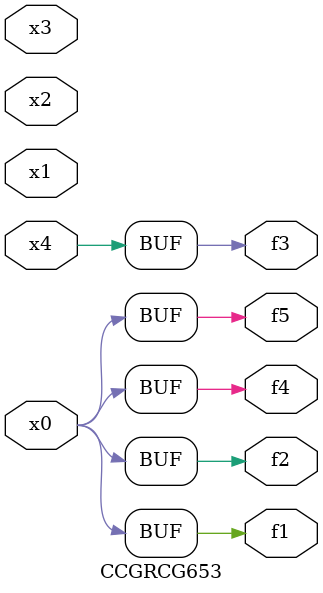
<source format=v>
module CCGRCG653(
	input x0, x1, x2, x3, x4,
	output f1, f2, f3, f4, f5
);
	assign f1 = x0;
	assign f2 = x0;
	assign f3 = x4;
	assign f4 = x0;
	assign f5 = x0;
endmodule

</source>
